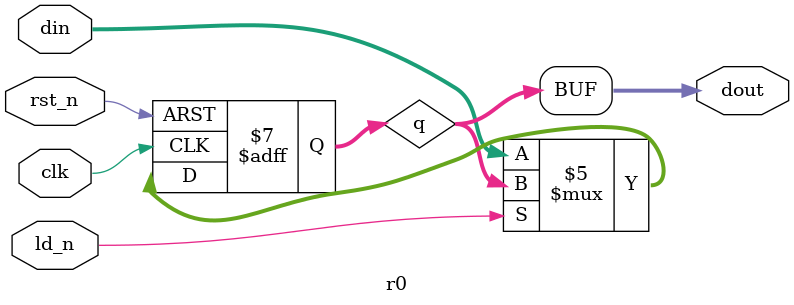
<source format=v>
module r0(
	input clk,
	input rst_n,
	input ld_n,
	input [3:0] din,
	output [3:0] dout
	);
	
	reg [3:0] q;
	always @(posedge clk or negedge rst_n)begin
		if(!rst_n)
			q <= 0;
		else if(!ld_n)
			q <= din;
		else
			q <= q;	
	end
	
	assign dout = q;
	
endmodule
</source>
